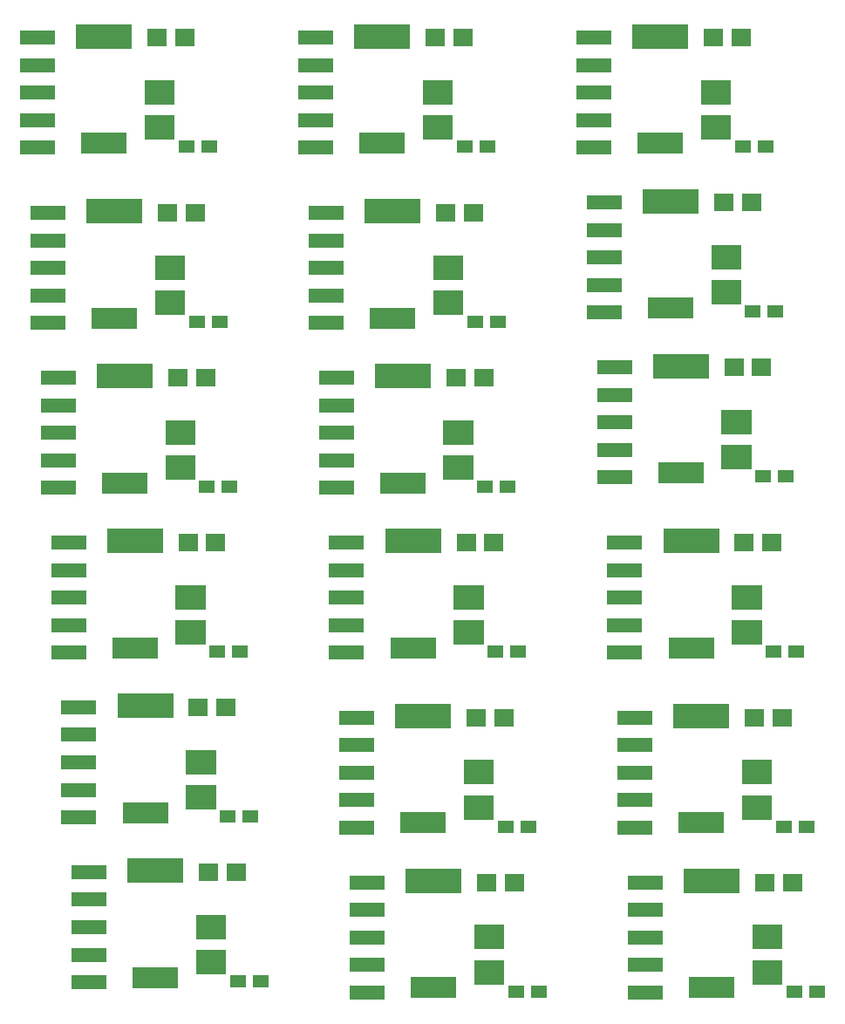
<source format=gbs>
%MOIN*%
%OFA0B0*%
%FSLAX46Y46*%
%IPPOS*%
%LPD*%
%ADD10C,0.0039370078740157488*%
%ADD11R,0.062992125984251982X0.051181102362204731*%
%ADD12R,0.074803149606299218X0.066929133858267723*%
%ADD13R,0.21259842519685043X0.094488188976377951*%
%ADD14R,0.17322834645669294X0.082677165354330714*%
%ADD15R,0.041338582677165357X0.094488188976377951*%
%ADD16R,0.13385826771653545X0.055118110236220472*%
%ADD27C,0.0039370078740157488*%
%ADD28R,0.062992125984251982X0.051181102362204731*%
%ADD29R,0.074803149606299218X0.066929133858267723*%
%ADD30R,0.21259842519685043X0.094488188976377951*%
%ADD31R,0.17322834645669294X0.082677165354330714*%
%ADD32R,0.041338582677165357X0.094488188976377951*%
%ADD33R,0.13385826771653545X0.055118110236220472*%
%ADD34C,0.0039370078740157488*%
%ADD35R,0.062992125984251982X0.051181102362204731*%
%ADD36R,0.074803149606299218X0.066929133858267723*%
%ADD37R,0.21259842519685043X0.094488188976377951*%
%ADD38R,0.17322834645669294X0.082677165354330714*%
%ADD39R,0.041338582677165357X0.094488188976377951*%
%ADD40R,0.13385826771653545X0.055118110236220472*%
%ADD41C,0.0039370078740157488*%
%ADD42R,0.062992125984251982X0.051181102362204731*%
%ADD43R,0.074803149606299218X0.066929133858267723*%
%ADD44R,0.21259842519685043X0.094488188976377951*%
%ADD45R,0.17322834645669294X0.082677165354330714*%
%ADD46R,0.041338582677165357X0.094488188976377951*%
%ADD47R,0.13385826771653545X0.055118110236220472*%
%ADD48C,0.0039370078740157488*%
%ADD49R,0.062992125984251982X0.051181102362204731*%
%ADD50R,0.074803149606299218X0.066929133858267723*%
%ADD51R,0.21259842519685043X0.094488188976377951*%
%ADD52R,0.17322834645669294X0.082677165354330714*%
%ADD53R,0.041338582677165357X0.094488188976377951*%
%ADD54R,0.13385826771653545X0.055118110236220472*%
%ADD55C,0.0039370078740157488*%
%ADD56R,0.062992125984251982X0.051181102362204731*%
%ADD57R,0.074803149606299218X0.066929133858267723*%
%ADD58R,0.21259842519685043X0.094488188976377951*%
%ADD59R,0.17322834645669294X0.082677165354330714*%
%ADD60R,0.041338582677165357X0.094488188976377951*%
%ADD61R,0.13385826771653545X0.055118110236220472*%
%ADD62C,0.0039370078740157488*%
%ADD63R,0.062992125984251982X0.051181102362204731*%
%ADD64R,0.074803149606299218X0.066929133858267723*%
%ADD65R,0.21259842519685043X0.094488188976377951*%
%ADD66R,0.17322834645669294X0.082677165354330714*%
%ADD67R,0.041338582677165357X0.094488188976377951*%
%ADD68R,0.13385826771653545X0.055118110236220472*%
%ADD69C,0.0039370078740157488*%
%ADD70R,0.062992125984251982X0.051181102362204731*%
%ADD71R,0.074803149606299218X0.066929133858267723*%
%ADD72R,0.21259842519685043X0.094488188976377951*%
%ADD73R,0.17322834645669294X0.082677165354330714*%
%ADD74R,0.041338582677165357X0.094488188976377951*%
%ADD75R,0.13385826771653545X0.055118110236220472*%
%ADD76C,0.0039370078740157488*%
%ADD77R,0.062992125984251982X0.051181102362204731*%
%ADD78R,0.074803149606299218X0.066929133858267723*%
%ADD79R,0.21259842519685043X0.094488188976377951*%
%ADD80R,0.17322834645669294X0.082677165354330714*%
%ADD81R,0.041338582677165357X0.094488188976377951*%
%ADD82R,0.13385826771653545X0.055118110236220472*%
%ADD83C,0.0039370078740157488*%
%ADD84R,0.062992125984251982X0.051181102362204731*%
%ADD85R,0.074803149606299218X0.066929133858267723*%
%ADD86R,0.21259842519685043X0.094488188976377951*%
%ADD87R,0.17322834645669294X0.082677165354330714*%
%ADD88R,0.041338582677165357X0.094488188976377951*%
%ADD89R,0.13385826771653545X0.055118110236220472*%
%ADD90C,0.0039370078740157488*%
%ADD91R,0.062992125984251982X0.051181102362204731*%
%ADD92R,0.074803149606299218X0.066929133858267723*%
%ADD93R,0.21259842519685043X0.094488188976377951*%
%ADD94R,0.17322834645669294X0.082677165354330714*%
%ADD95R,0.041338582677165357X0.094488188976377951*%
%ADD96R,0.13385826771653545X0.055118110236220472*%
%ADD97C,0.0039370078740157488*%
%ADD98R,0.062992125984251982X0.051181102362204731*%
%ADD99R,0.074803149606299218X0.066929133858267723*%
%ADD100R,0.21259842519685043X0.094488188976377951*%
%ADD101R,0.17322834645669294X0.082677165354330714*%
%ADD102R,0.041338582677165357X0.094488188976377951*%
%ADD103R,0.13385826771653545X0.055118110236220472*%
%ADD104C,0.0039370078740157488*%
%ADD105R,0.062992125984251982X0.051181102362204731*%
%ADD106R,0.074803149606299218X0.066929133858267723*%
%ADD107R,0.21259842519685043X0.094488188976377951*%
%ADD108R,0.17322834645669294X0.082677165354330714*%
%ADD109R,0.041338582677165357X0.094488188976377951*%
%ADD110R,0.13385826771653545X0.055118110236220472*%
%ADD111C,0.0039370078740157488*%
%ADD112R,0.062992125984251982X0.051181102362204731*%
%ADD113R,0.074803149606299218X0.066929133858267723*%
%ADD114R,0.21259842519685043X0.094488188976377951*%
%ADD115R,0.17322834645669294X0.082677165354330714*%
%ADD116R,0.041338582677165357X0.094488188976377951*%
%ADD117R,0.13385826771653545X0.055118110236220472*%
%ADD118C,0.0039370078740157488*%
%ADD119R,0.062992125984251982X0.051181102362204731*%
%ADD120R,0.074803149606299218X0.066929133858267723*%
%ADD121R,0.21259842519685043X0.094488188976377951*%
%ADD122R,0.17322834645669294X0.082677165354330714*%
%ADD123R,0.041338582677165357X0.094488188976377951*%
%ADD124R,0.13385826771653545X0.055118110236220472*%
%ADD125C,0.0039370078740157488*%
%ADD126R,0.062992125984251982X0.051181102362204731*%
%ADD127R,0.074803149606299218X0.066929133858267723*%
%ADD128R,0.21259842519685043X0.094488188976377951*%
%ADD129R,0.17322834645669294X0.082677165354330714*%
%ADD130R,0.041338582677165357X0.094488188976377951*%
%ADD131R,0.13385826771653545X0.055118110236220472*%
%ADD132C,0.0039370078740157488*%
%ADD133R,0.062992125984251982X0.051181102362204731*%
%ADD134R,0.074803149606299218X0.066929133858267723*%
%ADD135R,0.21259842519685043X0.094488188976377951*%
%ADD136R,0.17322834645669294X0.082677165354330714*%
%ADD137R,0.041338582677165357X0.094488188976377951*%
%ADD138R,0.13385826771653545X0.055118110236220472*%
%ADD139C,0.0039370078740157488*%
%ADD140R,0.062992125984251982X0.051181102362204731*%
%ADD141R,0.074803149606299218X0.066929133858267723*%
%ADD142R,0.21259842519685043X0.094488188976377951*%
%ADD143R,0.17322834645669294X0.082677165354330714*%
%ADD144R,0.041338582677165357X0.094488188976377951*%
%ADD145R,0.13385826771653545X0.055118110236220472*%
G01G01*
D10*
D11*
X0000196850Y0003070866D02*
X0000851860Y0002673069D03*
X0000938474Y0002673069D03*
D12*
X0000739655Y0003088423D03*
X0000845955Y0003088423D03*
D13*
X0000536900Y0003094329D03*
D14*
X0000536900Y0002686848D03*
D15*
X0000786900Y0002745510D03*
X0000749498Y0002745510D03*
X0000712096Y0002745510D03*
X0000712096Y0002880155D03*
X0000749498Y0002880155D03*
X0000786900Y0002880155D03*
D16*
X0000282962Y0002669132D03*
X0000282962Y0002773462D03*
X0000282962Y0002984092D03*
X0000282962Y0002879762D03*
X0000282962Y0003088423D03*
G04 next file*
G04 #@! TF.FileFunction,Soldermask,Bot*
G04 Gerber Fmt 4.6, Leading zero omitted, Abs format (unit mm)*
G04 Created by KiCad (PCBNEW 4.0.4-stable) date 08/29/17 21:10:05*
G01G01*
G04 APERTURE LIST*
G04 APERTURE END LIST*
D27*
D28*
X0000157480Y0003740157D02*
X0000812490Y0003342360D03*
X0000899104Y0003342360D03*
D29*
X0000700285Y0003757714D03*
X0000806585Y0003757714D03*
D30*
X0000497529Y0003763620D03*
D31*
X0000497529Y0003356140D03*
D32*
X0000747529Y0003414801D03*
X0000710128Y0003414801D03*
X0000672726Y0003414801D03*
X0000672726Y0003549447D03*
X0000710128Y0003549447D03*
X0000747529Y0003549447D03*
D33*
X0000243592Y0003338423D03*
X0000243592Y0003442754D03*
X0000243592Y0003653384D03*
X0000243592Y0003549053D03*
X0000243592Y0003757714D03*
G04 next file*
G04 #@! TF.FileFunction,Soldermask,Bot*
G04 Gerber Fmt 4.6, Leading zero omitted, Abs format (unit mm)*
G04 Created by KiCad (PCBNEW 4.0.4-stable) date 08/29/17 21:10:05*
G01G01*
G04 APERTURE LIST*
G04 APERTURE END LIST*
D34*
D35*
X0000236220Y0002440944D02*
X0000891230Y0002043148D03*
X0000977844Y0002043148D03*
D36*
X0000779025Y0002458502D03*
X0000885325Y0002458502D03*
D37*
X0000576270Y0002464407D03*
D38*
X0000576270Y0002056927D03*
D39*
X0000826270Y0002115588D03*
X0000788868Y0002115588D03*
X0000751466Y0002115588D03*
X0000751466Y0002250234D03*
X0000788868Y0002250234D03*
X0000826270Y0002250234D03*
D40*
X0000322333Y0002039211D03*
X0000322333Y0002143541D03*
X0000322333Y0002354171D03*
X0000322333Y0002249840D03*
X0000322333Y0002458502D03*
G04 next file*
G04 #@! TF.FileFunction,Soldermask,Bot*
G04 Gerber Fmt 4.6, Leading zero omitted, Abs format (unit mm)*
G04 Created by KiCad (PCBNEW 4.0.4-stable) date 08/29/17 21:10:05*
G01G01*
G04 APERTURE LIST*
G04 APERTURE END LIST*
D41*
D42*
X0000275590Y0001811023D02*
X0000930600Y0001413226D03*
X0001017214Y0001413226D03*
D43*
X0000818396Y0001828581D03*
X0000924695Y0001828581D03*
D44*
X0000615640Y0001834486D03*
D45*
X0000615640Y0001427006D03*
D46*
X0000865640Y0001485667D03*
X0000828238Y0001485667D03*
X0000790837Y0001485667D03*
X0000790837Y0001620313D03*
X0000828238Y0001620313D03*
X0000865640Y0001620313D03*
D47*
X0000361703Y0001409289D03*
X0000361703Y0001513620D03*
X0000361703Y0001724250D03*
X0000361703Y0001619919D03*
X0000361703Y0001828581D03*
G04 next file*
G04 #@! TF.FileFunction,Soldermask,Bot*
G04 Gerber Fmt 4.6, Leading zero omitted, Abs format (unit mm)*
G04 Created by KiCad (PCBNEW 4.0.4-stable) date 08/29/17 21:10:05*
G01G01*
G04 APERTURE LIST*
G04 APERTURE END LIST*
D48*
D49*
X0000314960Y0001181102D02*
X0000969970Y0000783305D03*
X0001056585Y0000783305D03*
D50*
X0000857766Y0001198659D03*
X0000964065Y0001198659D03*
D51*
X0000655010Y0001204565D03*
D52*
X0000655010Y0000797085D03*
D53*
X0000905010Y0000855746D03*
X0000867608Y0000855746D03*
X0000830207Y0000855746D03*
X0000830207Y0000990392D03*
X0000867608Y0000990392D03*
X0000905010Y0000990392D03*
D54*
X0000401073Y0000779368D03*
X0000401073Y0000883699D03*
X0000401073Y0001094329D03*
X0000401073Y0000989998D03*
X0000401073Y0001198659D03*
G04 next file*
G04 #@! TF.FileFunction,Soldermask,Bot*
G04 Gerber Fmt 4.6, Leading zero omitted, Abs format (unit mm)*
G04 Created by KiCad (PCBNEW 4.0.4-stable) date 08/29/17 21:10:05*
G01G01*
G04 APERTURE LIST*
G04 APERTURE END LIST*
D55*
D56*
X0000354330Y0000551181D02*
X0001009340Y0000153384D03*
X0001095955Y0000153384D03*
D57*
X0000897136Y0000568738D03*
X0001003435Y0000568738D03*
D58*
X0000694380Y0000574644D03*
D59*
X0000694380Y0000167163D03*
D60*
X0000944380Y0000225825D03*
X0000906978Y0000225825D03*
X0000869577Y0000225825D03*
X0000869577Y0000360470D03*
X0000906978Y0000360470D03*
X0000944380Y0000360470D03*
D61*
X0000440443Y0000149447D03*
X0000440443Y0000253777D03*
X0000440443Y0000464407D03*
X0000440443Y0000360077D03*
X0000440443Y0000568738D03*
G04 next file*
G04 #@! TF.FileFunction,Soldermask,Bot*
G04 Gerber Fmt 4.6, Leading zero omitted, Abs format (unit mm)*
G04 Created by KiCad (PCBNEW 4.0.4-stable) date 08/29/17 21:10:05*
G01G01*
G04 APERTURE LIST*
G04 APERTURE END LIST*
D62*
D63*
X0001220472Y0003740157D02*
X0001875482Y0003342360D03*
X0001962096Y0003342360D03*
D64*
X0001763277Y0003757714D03*
X0001869577Y0003757714D03*
D65*
X0001560522Y0003763620D03*
D66*
X0001560522Y0003356140D03*
D67*
X0001810522Y0003414801D03*
X0001773120Y0003414801D03*
X0001735718Y0003414801D03*
X0001735718Y0003549447D03*
X0001773120Y0003549447D03*
X0001810522Y0003549447D03*
D68*
X0001306585Y0003338423D03*
X0001306585Y0003442754D03*
X0001306585Y0003653384D03*
X0001306585Y0003549053D03*
X0001306585Y0003757714D03*
G04 next file*
G04 #@! TF.FileFunction,Soldermask,Bot*
G04 Gerber Fmt 4.6, Leading zero omitted, Abs format (unit mm)*
G04 Created by KiCad (PCBNEW 4.0.4-stable) date 08/29/17 21:10:05*
G01G01*
G04 APERTURE LIST*
G04 APERTURE END LIST*
D69*
D70*
X0001338582Y0001811023D02*
X0001993592Y0001413226D03*
X0002080207Y0001413226D03*
D71*
X0001881388Y0001828581D03*
X0001987687Y0001828581D03*
D72*
X0001678632Y0001834486D03*
D73*
X0001678632Y0001427006D03*
D74*
X0001928632Y0001485667D03*
X0001891230Y0001485667D03*
X0001853829Y0001485667D03*
X0001853829Y0001620313D03*
X0001891230Y0001620313D03*
X0001928632Y0001620313D03*
D75*
X0001424695Y0001409289D03*
X0001424695Y0001513620D03*
X0001424695Y0001724250D03*
X0001424695Y0001619919D03*
X0001424695Y0001828581D03*
G04 next file*
G04 #@! TF.FileFunction,Soldermask,Bot*
G04 Gerber Fmt 4.6, Leading zero omitted, Abs format (unit mm)*
G04 Created by KiCad (PCBNEW 4.0.4-stable) date 08/29/17 21:10:05*
G01G01*
G04 APERTURE LIST*
G04 APERTURE END LIST*
D76*
D77*
X0001259842Y0003070866D02*
X0001914852Y0002673069D03*
X0002001466Y0002673069D03*
D78*
X0001802648Y0003088423D03*
X0001908947Y0003088423D03*
D79*
X0001599892Y0003094329D03*
D80*
X0001599892Y0002686848D03*
D81*
X0001849892Y0002745510D03*
X0001812490Y0002745510D03*
X0001775088Y0002745510D03*
X0001775088Y0002880155D03*
X0001812490Y0002880155D03*
X0001849892Y0002880155D03*
D82*
X0001345955Y0002669132D03*
X0001345955Y0002773462D03*
X0001345955Y0002984092D03*
X0001345955Y0002879762D03*
X0001345955Y0003088423D03*
G04 next file*
G04 #@! TF.FileFunction,Soldermask,Bot*
G04 Gerber Fmt 4.6, Leading zero omitted, Abs format (unit mm)*
G04 Created by KiCad (PCBNEW 4.0.4-stable) date 08/29/17 21:10:05*
G01G01*
G04 APERTURE LIST*
G04 APERTURE END LIST*
D83*
D84*
X0001299212Y0002440944D02*
X0001954222Y0002043148D03*
X0002040837Y0002043148D03*
D85*
X0001842018Y0002458502D03*
X0001948317Y0002458502D03*
D86*
X0001639262Y0002464407D03*
D87*
X0001639262Y0002056927D03*
D88*
X0001889262Y0002115588D03*
X0001851860Y0002115588D03*
X0001814459Y0002115588D03*
X0001814459Y0002250234D03*
X0001851860Y0002250234D03*
X0001889262Y0002250234D03*
D89*
X0001385325Y0002039211D03*
X0001385325Y0002143541D03*
X0001385325Y0002354171D03*
X0001385325Y0002249840D03*
X0001385325Y0002458502D03*
G04 next file*
G04 #@! TF.FileFunction,Soldermask,Bot*
G04 Gerber Fmt 4.6, Leading zero omitted, Abs format (unit mm)*
G04 Created by KiCad (PCBNEW 4.0.4-stable) date 08/29/17 21:10:05*
G01G01*
G04 APERTURE LIST*
G04 APERTURE END LIST*
D90*
D91*
X0001377952Y0001141732D02*
X0002032962Y0000743935D03*
X0002119577Y0000743935D03*
D92*
X0001920758Y0001159289D03*
X0002027057Y0001159289D03*
D93*
X0001718002Y0001165195D03*
D94*
X0001718002Y0000757714D03*
D95*
X0001968002Y0000816376D03*
X0001930600Y0000816376D03*
X0001893199Y0000816376D03*
X0001893199Y0000951022D03*
X0001930600Y0000951022D03*
X0001968002Y0000951022D03*
D96*
X0001464065Y0000739998D03*
X0001464065Y0000844329D03*
X0001464065Y0001054959D03*
X0001464065Y0000950628D03*
X0001464065Y0001159289D03*
G04 next file*
G04 #@! TF.FileFunction,Soldermask,Bot*
G04 Gerber Fmt 4.6, Leading zero omitted, Abs format (unit mm)*
G04 Created by KiCad (PCBNEW 4.0.4-stable) date 08/29/17 21:10:05*
G01G01*
G04 APERTURE LIST*
G04 APERTURE END LIST*
D97*
D98*
X0001417322Y0000511811D02*
X0002072333Y0000114014D03*
X0002158947Y0000114014D03*
D99*
X0001960128Y0000529368D03*
X0002066427Y0000529368D03*
D100*
X0001757372Y0000535274D03*
D101*
X0001757372Y0000127793D03*
D102*
X0002007372Y0000186455D03*
X0001969970Y0000186455D03*
X0001932569Y0000186455D03*
X0001932569Y0000321100D03*
X0001969970Y0000321100D03*
X0002007372Y0000321100D03*
D103*
X0001503435Y0000110077D03*
X0001503435Y0000214407D03*
X0001503435Y0000425037D03*
X0001503435Y0000320707D03*
X0001503435Y0000529368D03*
G04 next file*
G04 #@! TF.FileFunction,Soldermask,Bot*
G04 Gerber Fmt 4.6, Leading zero omitted, Abs format (unit mm)*
G04 Created by KiCad (PCBNEW 4.0.4-stable) date 08/29/17 21:10:05*
G01G01*
G04 APERTURE LIST*
G04 APERTURE END LIST*
D104*
D105*
X0002283464Y0003740157D02*
X0002938474Y0003342360D03*
X0003025088Y0003342360D03*
D106*
X0002826270Y0003757714D03*
X0002932569Y0003757714D03*
D107*
X0002623514Y0003763620D03*
D108*
X0002623514Y0003356140D03*
D109*
X0002873514Y0003414801D03*
X0002836112Y0003414801D03*
X0002798711Y0003414801D03*
X0002798711Y0003549447D03*
X0002836112Y0003549447D03*
X0002873514Y0003549447D03*
D110*
X0002369577Y0003338423D03*
X0002369577Y0003442754D03*
X0002369577Y0003653384D03*
X0002369577Y0003549053D03*
X0002369577Y0003757714D03*
G04 next file*
G04 #@! TF.FileFunction,Soldermask,Bot*
G04 Gerber Fmt 4.6, Leading zero omitted, Abs format (unit mm)*
G04 Created by KiCad (PCBNEW 4.0.4-stable) date 08/29/17 21:10:05*
G01G01*
G04 APERTURE LIST*
G04 APERTURE END LIST*
D111*
D112*
X0002322834Y0003110236D02*
X0002977844Y0002712439D03*
X0003064459Y0002712439D03*
D113*
X0002865640Y0003127793D03*
X0002971939Y0003127793D03*
D114*
X0002662884Y0003133699D03*
D115*
X0002662884Y0002726218D03*
D116*
X0002912884Y0002784880D03*
X0002875482Y0002784880D03*
X0002838081Y0002784880D03*
X0002838081Y0002919525D03*
X0002875482Y0002919525D03*
X0002912884Y0002919525D03*
D117*
X0002408947Y0002708502D03*
X0002408947Y0002812833D03*
X0002408947Y0003023462D03*
X0002408947Y0002919132D03*
X0002408947Y0003127793D03*
G04 next file*
G04 #@! TF.FileFunction,Soldermask,Bot*
G04 Gerber Fmt 4.6, Leading zero omitted, Abs format (unit mm)*
G04 Created by KiCad (PCBNEW 4.0.4-stable) date 08/29/17 21:10:05*
G01G01*
G04 APERTURE LIST*
G04 APERTURE END LIST*
D118*
D119*
X0002362204Y0002480314D02*
X0003017214Y0002082518D03*
X0003103829Y0002082518D03*
D120*
X0002905010Y0002497872D03*
X0003011309Y0002497872D03*
D121*
X0002702254Y0002503777D03*
D122*
X0002702254Y0002096297D03*
D123*
X0002952254Y0002154959D03*
X0002914852Y0002154959D03*
X0002877451Y0002154959D03*
X0002877451Y0002289604D03*
X0002914852Y0002289604D03*
X0002952254Y0002289604D03*
D124*
X0002448317Y0002078581D03*
X0002448317Y0002182911D03*
X0002448317Y0002393541D03*
X0002448317Y0002289211D03*
X0002448317Y0002497872D03*
G04 next file*
G04 #@! TF.FileFunction,Soldermask,Bot*
G04 Gerber Fmt 4.6, Leading zero omitted, Abs format (unit mm)*
G04 Created by KiCad (PCBNEW 4.0.4-stable) date 08/29/17 21:10:05*
G01G01*
G04 APERTURE LIST*
G04 APERTURE END LIST*
D125*
D126*
X0002401574Y0001811023D02*
X0003056585Y0001413226D03*
X0003143199Y0001413226D03*
D127*
X0002944380Y0001828581D03*
X0003050679Y0001828581D03*
D128*
X0002741624Y0001834486D03*
D129*
X0002741624Y0001427006D03*
D130*
X0002991624Y0001485667D03*
X0002954222Y0001485667D03*
X0002916821Y0001485667D03*
X0002916821Y0001620313D03*
X0002954222Y0001620313D03*
X0002991624Y0001620313D03*
D131*
X0002487687Y0001409289D03*
X0002487687Y0001513620D03*
X0002487687Y0001724250D03*
X0002487687Y0001619919D03*
X0002487687Y0001828581D03*
G04 next file*
G04 #@! TF.FileFunction,Soldermask,Bot*
G04 Gerber Fmt 4.6, Leading zero omitted, Abs format (unit mm)*
G04 Created by KiCad (PCBNEW 4.0.4-stable) date 08/29/17 21:10:05*
G01G01*
G04 APERTURE LIST*
G04 APERTURE END LIST*
D132*
D133*
X0002440944Y0001141732D02*
X0003095955Y0000743935D03*
X0003182569Y0000743935D03*
D134*
X0002983750Y0001159289D03*
X0003090049Y0001159289D03*
D135*
X0002780994Y0001165195D03*
D136*
X0002780994Y0000757714D03*
D137*
X0003030994Y0000816376D03*
X0002993592Y0000816376D03*
X0002956191Y0000816376D03*
X0002956191Y0000951022D03*
X0002993592Y0000951022D03*
X0003030994Y0000951022D03*
D138*
X0002527057Y0000739998D03*
X0002527057Y0000844329D03*
X0002527057Y0001054959D03*
X0002527057Y0000950628D03*
X0002527057Y0001159289D03*
G04 next file*
G04 #@! TF.FileFunction,Soldermask,Bot*
G04 Gerber Fmt 4.6, Leading zero omitted, Abs format (unit mm)*
G04 Created by KiCad (PCBNEW 4.0.4-stable) date 08/29/17 21:10:05*
G01G01*
G04 APERTURE LIST*
G04 APERTURE END LIST*
D139*
D140*
X0002480314Y0000511811D02*
X0003135325Y0000114014D03*
X0003221939Y0000114014D03*
D141*
X0003023120Y0000529368D03*
X0003129419Y0000529368D03*
D142*
X0002820364Y0000535274D03*
D143*
X0002820364Y0000127793D03*
D144*
X0003070364Y0000186455D03*
X0003032962Y0000186455D03*
X0002995561Y0000186455D03*
X0002995561Y0000321100D03*
X0003032962Y0000321100D03*
X0003070364Y0000321100D03*
D145*
X0002566427Y0000110077D03*
X0002566427Y0000214407D03*
X0002566427Y0000425037D03*
X0002566427Y0000320707D03*
X0002566427Y0000529368D03*
M02*
</source>
